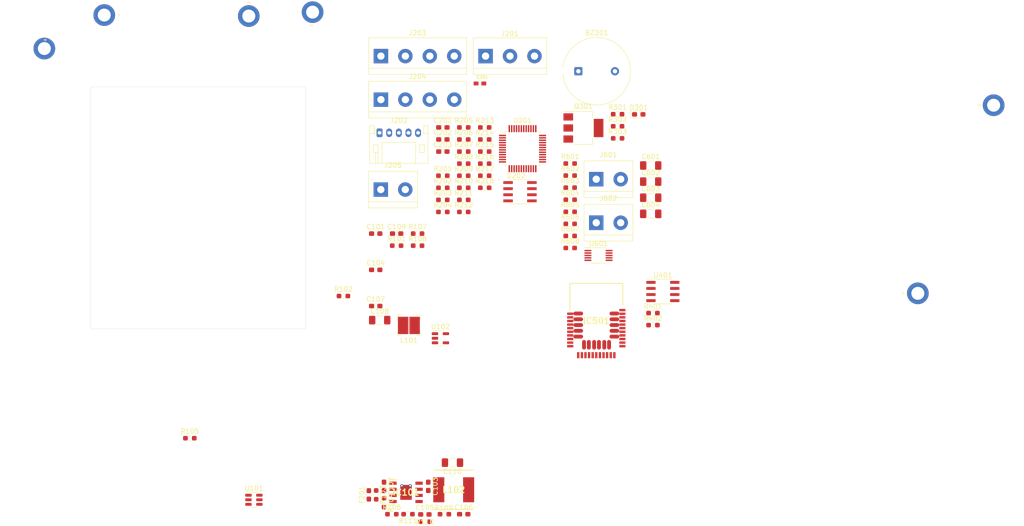
<source format=kicad_pcb>
(kicad_pcb (version 20221018) (generator pcbnew)
  (layers (0 "F.Cu" signal) (31 "B.Cu" signal) (34 "B.Paste" user) (35 "F.Paste" user) (36 "B.SilkS" user "B.Silkscreen") (37 "F.SilkS" user "F.Silkscreen") (38 "B.Mask" user) (39 "F.Mask" user) (44 "Edge.Cuts" user))
  (net 0 "")
  (net 1 "Net-(BZ301--)")
  (net 2 "Net-(BZ301-+)")
  (net 3 "100V")
  (net 4 "GND")
  (net 5 "VBST")
  (net 6 "SW2")
  (net 7 "Net-(IC101-GND)")
  (net 8 "SWDIO")
  (net 9 "SWCLK")
  (net 10 "PA3")
  (net 11 "5V")
  (net 12 "SDA1")
  (net 13 "SCK")
  (net 14 "Net-(IC101-BST)")
  (net 15 "L")
  (net 16 "H")
  (net 17 "VFB")
  (net 18 "Net-(IC101-FB)")
  (net 19 "SDA_2")
  (net 20 "SCK_2")
  (net 21 "Net-(C105-Pad2)")
  (net 22 "Net-(U102-BP)")
  (net 23 "SCL_PB6")
  (net 24 "SDA_PB7")
  (net 25 "Net-(D301-K)")
  (net 26 "SCL_PB3")
  (net 27 "SDA_PB4")
  (net 28 "Net-(J202-Pin_1)")
  (net 29 "Net-(IC101-EN{slash}UVLO)")
  (net 30 "Net-(IC101-RON)")
  (net 32 "/POWER_UNIT/12Vcc")
  (net 34 "3V3")
  (net 35 "PACK+")
  (net 36 "IN+")
  (net 37 "IN-")
  (net 41 "/Ble Unit/RST")
  (net 47 "/Ble Unit/TX")
  (net 48 "/Ble Unit/RX")
  (net 54 "Net-(J202-Pin_2)")
  (net 55 "Net-(J202-Pin_3)")
  (net 56 "Net-(J205-Pin_1)")
  (net 57 "Net-(J205-Pin_2)")
  (net 58 "PACK-")
  (net 59 "5Vcc")
  (net 60 "12V")
  (net 61 "/STM32MCU/NRST")
  (net 62 "Net-(U201-PA0)")
  (net 63 "Net-(U401-S)")
  (net 65 "A0")
  (net 66 "A1")
  (net 67 "ALERT")
  (net 94 "/STM32MCU/TX")
  (net 95 "/STM32MCU/RX")
  (net 102 "/STM32MCU/RST")
  (net 105 "/POWER_UNIT/sw")
  (net 106 "/Tranceiver/TX")
  (net 107 "/Tranceiver/RX")
  (footprint "Capacitor_SMD:C_0603_1608Metric_Pad1.08x0.95mm_HandSolder" (layer "F.Cu") (at 91.0336 116.078 -90)
    (fp_text reference "C102" (at 0 -1.43 90) (layer "F.SilkS"))
    (fp_text value "2.2uF")
    (pad "1" smd roundrect (at -0.8625 0 270) (size 1.075 0.95) (layers "F.Cu" "F.Paste" "F.Mask") (net 7 "Net-(IC101-GND)"))
    (pad "2" smd roundrect (at 0.8625 0 270) (size 1.075 0.95) (layers "F.Cu" "F.Paste" "F.Mask") (net 3 "100V"))
  )
  (footprint "Resistor_SMD:R_0603_1608Metric_Pad0.98x0.95mm_HandSolder" (layer "F.Cu") (at 111.9598 48.975)
    (fp_text reference "R216" (at 0 -1.43) (layer "F.SilkS"))
    (fp_text value "0R")
    (pad "1" smd roundrect (at -0.9125 0) (size 0.975 0.95) (layers "F.Cu" "F.Paste" "F.Mask") (net 24 "SDA_PB7"))
    (pad "2" smd roundrect (at 0.9125 0) (size 0.975 0.95) (layers "F.Cu" "F.Paste" "F.Mask") (net 55 "Net-(J202-Pin_3)"))
  )
  (footprint "Resistor_SMD:R_0603_1608Metric_Pad0.98x0.95mm_HandSolder" (layer "F.Cu") (at 129.7098 64.005)
    (fp_text reference "R607" (at 0 -1.43) (layer "F.SilkS"))
    (fp_text value "10k")
    (pad "1" smd roundrect (at -0.9125 0) (size 0.975 0.95) (layers "F.Cu" "F.Paste" "F.Mask") (net 34 "3V3"))
    (pad "2" smd roundrect (at 0.9125 0) (size 0.975 0.95) (layers "F.Cu" "F.Paste" "F.Mask") (net 67 "ALERT"))
  )
  (footprint "Resistor_SMD:R_0603_1608Metric_Pad0.98x0.95mm_HandSolder" (layer "F.Cu") (at 89.408 117.856 -90)
    (fp_text reference "R103" (at 0 -1.43 90) (layer "F.SilkS"))
    (fp_text value "1M")
    (pad "1" smd roundrect (at -0.9125 0 270) (size 0.975 0.95) (layers "F.Cu" "F.Paste" "F.Mask") (net 3 "100V"))
    (pad "2" smd roundrect (at 0.9125 0 270) (size 0.975 0.95) (layers "F.Cu" "F.Paste" "F.Mask") (net 29 "Net-(IC101-EN{slash}UVLO)"))
  )
  (footprint "Package_SO:VSSOP-10_3x3mm_P0.5mm" (layer "F.Cu") (at 135.5898 68.065)
    (fp_text reference "U601" (at 0 -2.45) (layer "F.SilkS"))
    (fp_text value "INA228AQDGSRQ1")
    (pad "1" smd roundrect (at -2.2 -1) (size 1.45 0.3) (layers "F.Cu" "F.Paste" "F.Mask") (net 66 "A1"))
    (pad "2" smd roundrect (at -2.2 -0.5) (size 1.45 0.3) (layers "F.Cu" "F.Paste" "F.Mask") (net 65 "A0"))
    (pad "3" smd roundrect (at -2.2 0) (size 1.45 0.3) (layers "F.Cu" "F.Paste" "F.Mask") (net 67 "ALERT"))
    (pad "4" smd roundrect (at -2.2 0.5) (size 1.45 0.3) (layers "F.Cu" "F.Paste" "F.Mask") (net 24 "SDA_PB7"))
    (pad "5" smd roundrect (at -2.2 1) (size 1.45 0.3) (layers "F.Cu" "F.Paste" "F.Mask") (net 23 "SCL_PB6"))
    (pad "6" smd roundrect (at 2.2 1) (size 1.45 0.3) (layers "F.Cu" "F.Paste" "F.Mask") (net 34 "3V3"))
    (pad "7" smd roundrect (at 2.2 0.5) (size 1.45 0.3) (layers "F.Cu" "F.Paste" "F.Mask") (net 4 "GND"))
    (pad "8" smd roundrect (at 2.2 0) (size 1.45 0.3) (layers "F.Cu" "F.Paste" "F.Mask") (net 35 "PACK+"))
    (pad "9" smd roundrect (at 2.2 -0.5) (size 1.45 0.3) (layers "F.Cu" "F.Paste" "F.Mask") (net 37 "IN-"))
    (pad "10" smd roundrect (at 2.2 -1) (size 1.45 0.3) (layers "F.Cu" "F.Paste" "F.Mask") (net 36 "IN+"))
  )
  (footprint "MountingHole:MountingHole_2.7mm_M2.5_ISO7380_Pad_TopBottom" (layer "F.Cu") (at 201.93 75.946)
    (fp_text reference "H4" (at -3.048 0) (layer "F.SilkS") (effects (font (size 0.3 0.3) (thickness 0.075) bold)))
    (fp_text value "Mount100VgHole")
    (pad "1" thru_hole circle (at 0 0) (size 3.1 3.1) (drill 2.7) (layers "*.Cu" "*.Mask"))
    (pad "1" connect circle (at 0 0) (size 4.5 4.5) (layers "F.Cu" "F.Mask"))
    (pad "1" connect circle (at 0 0) (size 4.5 4.5) (layers "B.Cu" "B.Mask"))
  )
  (footprint "Capacitor_SMD:C_0603_1608Metric_Pad1.08x0.95mm_HandSolder" (layer "F.Cu") (at 107.5944 121.8692)
    (fp_text reference "C106" (at 0 -1.43) (layer "F.SilkS"))
    (fp_text value "2200pf")
    (pad "1" smd roundrect (at -0.8625 0) (size 1.075 0.95) (layers "F.Cu" "F.Paste" "F.Mask") (net 21 "Net-(C105-Pad2)"))
    (pad "2" smd roundrect (at 0.8625 0) (size 1.075 0.95) (layers "F.Cu" "F.Paste" "F.Mask") (net 32 "/POWER_UNIT/12Vcc"))
  )
  (footprint "Capacitor_SMD:C_0603_1608Metric_Pad1.08x0.95mm_HandSolder" (layer "F.Cu") (at 103.2598 41.445)
    (fp_text reference "C201" (at 0 -1.43) (layer "F.SilkS"))
    (fp_text value "1uF")
    (pad "1" smd roundrect (at -0.8625 0) (size 1.075 0.95) (layers "F.Cu" "F.Paste" "F.Mask") (net 34 "3V3"))
    (pad "2" smd roundrect (at 0.8625 0) (size 1.075 0.95) (layers "F.Cu" "F.Paste" "F.Mask") (net 4 "GND"))
  )
  (footprint "MountingHole:MountingHole_2.7mm_M2.5_ISO7380_Pad_TopBottom" (layer "F.Cu") (at 62.9412 18.288)
    (fp_text reference "H6" (at 0 -2.794) (layer "F.SilkS") (effects (font (size 0.3 0.3) (thickness 0.075) bold)))
    (fp_text value "Mount100VgHole")
    (pad "1" thru_hole circle (at 0 0) (size 3.1 3.1) (drill 2.7) (layers "*.Cu" "*.Mask"))
    (pad "1" connect circle (at 0 0) (size 4.5 4.5) (layers "F.Cu" "F.Mask"))
    (pad "1" connect circle (at 0 0) (size 4.5 4.5) (layers "B.Cu" "B.Mask"))
  )
  (footprint "Resistor_SMD:R_0603_1608Metric_Pad0.98x0.95mm_HandSolder" (layer "F.Cu") (at 111.9598 41.445)
    (fp_text reference "R213" (at 0 -1.43) (layer "F.SilkS"))
    (fp_text value "100E")
    (pad "1" smd roundrect (at -0.9125 0) (size 0.975 0.95) (layers "F.Cu" "F.Paste" "F.Mask") (net 19 "SDA_2"))
    (pad "2" smd roundrect (at 0.9125 0) (size 0.975 0.95) (layers "F.Cu" "F.Paste" "F.Mask") (net 27 "SDA_PB4"))
  )
  (footprint "Capacitor_SMD:C_1206_3216Metric_Pad1.33x1.80mm_HandSolder" (layer "F.Cu") (at 146.4398 56.065)
    (fp_text reference "C603" (at 0 -1.85) (layer "F.SilkS"))
    (fp_text value "22uF")
    (pad "1" smd roundrect (at -1.5625 0) (size 1.325 1.8) (layers "F.Cu" "F.Paste" "F.Mask") (roundrect_rratio 0.188679) (net 36 "IN+"))
    (pad "2" smd roundrect (at 1.5625 0) (size 1.325 1.8) (layers "F.Cu" "F.Paste" "F.Mask") (roundrect_rratio 0.188679) (net 37 "IN-"))
  )
  (footprint "Resistor_SMD:R_0603_1608Metric_Pad0.98x0.95mm_HandSolder" (layer "F.Cu") (at 93.6598 66.035)
    (fp_text reference "R101" (at 0 -1.43) (layer "F.SilkS"))
    (fp_text value "10k")
    (pad "1" smd roundrect (at -0.9125 0) (size 0.975 0.95) (layers "F.Cu" "F.Paste" "F.Mask") (net 4 "GND"))
    (pad "2" smd roundrect (at 0.9125 0) (size 0.975 0.95) (layers "F.Cu" "F.Paste" "F.Mask") (net 17 "VFB"))
  )
  (footprint "Resistor_SMD:R_0603_1608Metric_Pad0.98x0.95mm_HandSolder" (layer "F.Cu") (at 111.9598 43.955)
    (fp_text reference "R214" (at 0 -1.43) (layer "F.SilkS"))
    (fp_text value "100k")
    (pad "1" smd roundrect (at -0.9125 0) (size 0.975 0.95) (layers "F.Cu" "F.Paste" "F.Mask") (net 34 "3V3"))
    (pad "2" smd roundrect (at 0.9125 0) (size 0.975 0.95) (layers "F.Cu" "F.Paste" "F.Mask") (net 26 "SCL_PB3"))
  )
  (footprint "Resistor_SMD:R_0603_1608Metric_Pad0.98x0.95mm_HandSolder" (layer "F.Cu") (at 50.6984 106.0704)
    (fp_text reference "R105" (at 0 -1.43) (layer "F.SilkS"))
    (fp_text value "0R")
    (pad "1" smd roundrect (at -0.9125 0) (size 0.975 0.95) (layers "F.Cu" "F.Paste" "F.Mask") (net 32 "/POWER_UNIT/12Vcc"))
    (pad "2" smd roundrect (at 0.9125 0) (size 0.975 0.95) (layers "F.Cu" "F.Paste" "F.Mask") (net 60 "12V"))
  )
  (footprint "Resistor_SMD:R_0603_1608Metric_Pad0.98x0.95mm_HandSolder" (layer "F.Cu") (at 111.9598 46.465)
    (fp_text reference "R215" (at 0 -1.43) (layer "F.SilkS"))
    (fp_text value "100k")
    (pad "1" smd roundrect (at -0.9125 0) (size 0.975 0.95) (layers "F.Cu" "F.Paste" "F.Mask") (net 34 "3V3"))
    (pad "2" smd roundrect (at 0.9125 0) (size 0.975 0.95) (layers "F.Cu" "F.Paste" "F.Mask") (net 27 "SDA_PB4"))
  )
  (footprint "Resistor_SMD:R_0603_1608Metric_Pad0.98x0.95mm_HandSolder" (layer "F.Cu") (at 129.7098 48.945)
    (fp_text reference "R601" (at 0 -1.43) (layer "F.SilkS"))
    (fp_text value "10k")
    (pad "1" smd roundrect (at -0.9125 0) (size 0.975 0.95) (layers "F.Cu" "F.Paste" "F.Mask") (net 65 "A0"))
    (pad "2" smd roundrect (at 0.9125 0) (size 0.975 0.95) (layers "F.Cu" "F.Paste" "F.Mask") (net 4 "GND"))
  )
  (footprint "Capacitor_SMD:C_0603_1608Metric_Pad1.08x0.95mm_HandSolder" (layer "F.Cu") (at 100.2284 116.078 -90)
    (fp_text reference "C103" (at 0 -1.43 90) (layer "F.SilkS"))
    (fp_text value "2.2nf")
    (pad "1" smd roundrect (at -0.8625 0 270) (size 1.075 0.95) (layers "F.Cu" "F.Paste" "F.Mask") (net 105 "/POWER_UNIT/sw"))
    (pad "2" smd roundrect (at 0.8625 0 270) (size 1.075 0.95) (layers "F.Cu" "F.Paste" "F.Mask") (net 14 "Net-(IC101-BST)"))
  )
  (footprint "Resistor_SMD:R_0603_1608Metric_Pad0.98x0.95mm_HandSolder" (layer "F.Cu") (at 107.6098 56.505)
    (fp_text reference "R211" (at 0 -1.43) (layer "F.SilkS"))
    (fp_text value "100E")
    (pad "1" smd roundrect (at -0.9125 0) (size 0.975 0.95) (layers "F.Cu" "F.Paste" "F.Mask") (net 12 "SDA1"))
    (pad "2" smd roundrect (at 0.9125 0) (size 0.975 0.95) (layers "F.Cu" "F.Paste" "F.Mask") (net 24 "SDA_PB7"))
  )
  (footprint "Resistor_SMD:R_0603_1608Metric_Pad0.98x0.95mm_HandSolder" (layer "F.Cu") (at 103.2598 51.485)
    (fp_text reference "R201" (at 0 -1.43) (layer "F.SilkS"))
    (fp_text value "10k")
    (pad "1" smd roundrect (at -0.9125 0) (size 0.975 0.95) (layers "F.Cu" "F.Paste" "F.Mask") (net 34 "3V3"))
    (pad "2" smd roundrect (at 0.9125 0) (size 0.975 0.95) (layers "F.Cu" "F.Paste" "F.Mask") (net 61 "/STM32MCU/NRST"))
  )
  (footprint "TerminalBlock:TerminalBlock_bornier-3_P5.08mm" (layer "F.Cu") (at 112.1298 26.615)
    (fp_text reference "J201" (at 5.05 -4.65) (layer "F.SilkS"))
    (fp_text value "PRG")
    (pad "1" thru_hole rect (at 0 0) (size 3 3) (drill 1.52) (layers "*.Cu" "*.Mask") (net 9 "SWCLK"))
    (pad "2" thru_hole circle (at 5.08 0) (size 3 3) (drill 1.52) (layers "*.Cu" "*.Mask") (net 8 "SWDIO"))
    (pad "3" thru_hole circle (at 10.16 0) (size 3 3) (drill 1.52) (layers "*.Cu" "*.Mask") (net 4 "GND"))
  )
  (footprint "Resistor_SMD:R_0603_1608Metric_Pad0.98x0.95mm_HandSolder" (layer "F.Cu") (at 107.6098 41.445)
    (fp_text reference "R205" (at 0 -1.43) (layer "F.SilkS"))
    (fp_text value "0R")
    (pad "1" smd roundrect (at -0.9125 0) (size 0.975 0.95) (layers "F.Cu" "F.Paste" "F.Mask") (net 60 "12V"))
    (pad "2" smd roundrect (at 0.9125 0) (size 0.975 0.95) (layers "F.Cu" "F.Paste" "F.Mask") (net 28 "Net-(J202-Pin_1)"))
  )
  (footprint "Resistor_SMD:R_0603_1608Metric_Pad0.98x0.95mm_HandSolder" (layer "F.Cu") (at 107.6098 53.995)
    (fp_text reference "R210" (at 0 -1.43) (layer "F.SilkS"))
    (fp_text value "100E")
    (pad "1" smd roundrect (at -0.9125 0) (size 0.975 0.95) (layers "F.Cu" "F.Paste" "F.Mask") (net 13 "SCK"))
    (pad "2" smd roundrect (at 0.9125 0) (size 0.975 0.95) (layers "F.Cu" "F.Paste" "F.Mask") (net 23 "SCL_PB6"))
  )
  (footprint "Package_TO_SOT_SMD:SOT-23-5" (layer "F.Cu") (at 102.7598 85.285)
    (fp_text reference "U102" (at 0 -2.4) (layer "F.SilkS"))
    (fp_text value "LP2985-3.3")
    (pad "1" smd roundrect (at -1.1375 -0.95) (size 1.325 0.6) (layers "F.Cu" "F.Paste" "F.Mask") (net 11 "5V"))
    (pad "2" smd roundrect (at -1.1375 0) (size 1.325 0.6) (layers "F.Cu" "F.Paste" "F.Mask") (net 4 "GND"))
    (pad "3" smd roundrect (at -1.1375 0.95) (size 1.325 0.6) (layers "F.Cu" "F.Paste" "F.Mask") (net 11 "5V"))
    (pad "4" smd roundrect (at 1.1375 0.95) (size 1.325 0.6) (layers "F.Cu" "F.Paste" "F.Mask") (net 22 "Net-(U102-BP)"))
    (pad "5" smd roundrect (at 1.1375 -0.95) (size 1.325 0.6) (layers "F.Cu" "F.Paste" "F.Mask") (net 34 "3V3"))
  )
  (footprint "Library:CM BLE" (layer "F.Cu") (at 135.1848 81.94)
    (fp_text reference "IC501" (at -0.05 -0.275 180) (layer "F.SilkS") (effects (font (size 1.27 1.27) (thickness 0.254))))
    (fp_text value "CM BLE" hide)
    (pad "0" smd oval (at -3.8 -1.8 270) (size 0.8 2) (layers "F.Cu" "F.Paste" "F.Mask"))
    (pad "0" smd oval (at -3.8 3 270) (size 0.8 2) (layers "F.Cu" "F.Paste" "F.Mask"))
    (pad "0" smd oval (at -0.5 4.7) (size 0.8 2) (layers "F.Cu" "F.Paste" "F.Mask"))
    (pad "0" smd oval (at 3.7 -1.8 270) (size 0.8 2) (layers "F.Cu" "F.Paste" "F.Mask"))
    (pad "0" smd oval (at 3.7 -0.6 270) (size 0.8 2) (layers "F.Cu" "F.Paste" "F.Mask"))
    (pad "1" smd oval (at 0.5 4.7) (size 0.8 2) (layers "F.Cu" "F.Paste" "F.Mask") (net 8 "SWDIO"))
    (pad "1" smd rect (at 5.365 -2.5 270) (size 0.5 1.27) (layers "F.Cu" "F.Paste" "F.Mask") (net 8 "SWDIO"))
    (pad "2" smd oval (at 1.6 4.7) (size 0.8 2) (layers "F.Cu" "F.Paste" "F.Mask") (net 9 "SWCLK"))
    (pad "2" smd rect (at 5.365 -1.75 270) (size 0.5 1.27) (layers "F.Cu" "F.Paste" "F.Mask") (net 9 "SWCLK"))
    (pad "3" smd oval (at 3.7 3 270) (size 0.8 2) (layers "F.Cu" "F.Paste" "F.Mask") (net 41 "/Ble Unit/RST"))
    (pad "3" smd rect (at 5.365 -1 270) (size 0.5 1.27) (layers "F.Cu" "F.Paste" "F.Mask") (net 41 "/Ble Unit/RST"))
    (pad "4" smd rect (at 5.365 -0.25 270) (size 0.5 1.27) (layers "F.Cu" "F.Paste" "F.Mask"))
    (pad "5" smd rect (at 5.365 0.5 270) (size 0.5 1.27) (layers "F.Cu" "F.Paste" "F.Mask"))
    (pad "6" smd rect (at 5.365 1.25 270) (size 0.5 1.27) (layers "F.Cu" "F.Paste" "F.Mask"))
    (pad "7" smd rect (at 5.365 2 270) (size 0.5 1.27) (layers "F.Cu" "F.Paste" "F.Mask"))
    (pad "8" smd rect (at 5.365 2.75 270) (size 0.5 1.27) (layers "F.Cu" "F.Paste" "F.Mask"))
    (pad "9" smd oval (at 3.7 0.6 270) (size 0.8 2) (layers "F.Cu" "F.Paste" "F.Mask") (net 47 "/Ble Unit/TX"))
    (pad "9" smd rect (at 5.365 3.5 270) (size 0.5 1.27) (layers "F.Cu" "F.Paste" "F.Mask") (net 47 "/Ble Unit/TX"))
    (pad "10" smd oval (at 3.7 1.8 270) (size 0.8 2) (layers "F.Cu" "F.Paste" "F.Mask") (net 48 "/Ble Unit/RX"))
    (pad "10" smd rect (at 5.365 4.25 270) (size 0.5 1.27) (layers "F.Cu" "F.Paste" "F.Mask") (net 48 "/Ble Unit/RX"))
    (pad "11" smd oval (at 2.6 4.7) (size 0.8 2) (layers "F.Cu" "F.Paste" "F.Mask") (net 4 "GND"))
    (pad "11" smd rect (at 5.365 5 270) (size 0.5 1.27) (layers "F.Cu" "F.Paste" "F.Mask") (net 4 "GND"))
    (pad "12" smd rect (at 3.7 6.865 180) (size 0.5 1.27) (layers "F.Cu" "F.Paste" "F.Mask"))
    (pad "13" smd rect (at 2.95 6.865 180) (size 0.5 1.27) (layers "F.Cu" "F.Paste" "F.Mask"))
    (pad "14" smd rect (at 2.2 6.865 180) (size 0.5 1.27) (layers "F.Cu" "F.Paste" "F.Mask"))
    (pad "15" smd rect (at 1.45 6.865 180) (size 0.5 1.27) (layers "F.Cu" "F.Paste" "F.Mask"))
    (pad "16" smd rect (at 0.7 6.865 180) (size 0.5 1.27) (layers "F.Cu" "F.Paste" "F.Mask"))
    (pad "17" smd rect (at -0.05 6.865 180) (size 0.5 1.27) (layers "F.Cu" "F.Paste" "F.Mask"))
    (pad "18" smd rect (at -0.8 6.865 180) (size 0.5 1.27) (layers "F.Cu" "F.Paste" "F.Mask") (net 34 "3V3"))
    (pad "19" smd oval (at -1.6 4.7) (size 0.8 2) (layers "F.Cu" "F.Paste" "F.Mask") (net 34 "3V3"))
    (pad "19" smd rect (at -1.55 6.865 180) (size 0.5 1.27) (layers "F.Cu" "F.Paste" "F.Mask") (net 34 "3V3"))
    (pad "20" smd rect (at -2.3 6.865 180) (size 0.5 1.27) (layers "F.Cu" "F.Paste" "F.Mask") (net 34 "3V3"))
    (pad "21" smd rect (at -3.05 6.865 180) (size 0.5 1.27) (layers "F.Cu" "F.Paste" "F.Mask") (net 4 "GND"))
    (pad "21" smd oval (at -2.6 4.7) (size 0.8 2) (layers "F.Cu" "F.Paste" "F.Mask") (net 4 "GND"))
    (pad "22" smd rect (at -3.8 6.865 180) (size 0.5 1.27) (layers "F.Cu" "F.Paste" "F.Mask") (net 4 "GND"))
    (pad "23" smd rect (at -5.465 5 270) (size 0.5 1.27) (layers "F.Cu" "F.Paste" "F.Mask") (net 4 "GND"))
    (pad "24" smd rect (at -5.465 4.25 270) (size 0.5 1.27) (layers "F.Cu" "F.Paste" "F.Mask") (net 4 "GND"))
    (pad "25" smd rect (at -5.465 3.5 270) (size 0.5 1.27) (layers "F.Cu" "F.Paste" "F.Mask") (net 4 "GND"))
    (pad "26" smd rect (at -5.465 2.75 270) (size 0.5 1.27) (layers "F.Cu" "F.Paste" "F.Mask") (net 4 "GND"))
    (pad "27" smd rect (at -5.465 2 270) (size 0.5 1.27) (layers "F.Cu" "F.Paste" "F.Mask"))
    (pad "28" smd rect (at -5.465 1.25 270) (size 0.5 1.27) (layers "F.Cu" "F.Paste" "F.Mask") (net 4 "GND"))
    (pad "28" smd oval (at -3.8 1.8 270) (size 0.8 2) (layers "F.Cu" "F.Paste" "F.Mask") (net 4 "GND"))
    (pad "29" smd rect (at -5.465 0.5 270) (size 0.5 1.27) (layers "F.Cu" "F.Paste" "F.Mask"))
    (pad "30" smd rect (at -5.465 -0.25 270) (size 0.5 1.27) (layers "F.Cu" "F.Paste" "F.Mask") (net 4 "GND"))
    (pad "30" smd oval (at -3.8 -0.6 270) (size 0.8 2) (layers "F.Cu" "F.Paste" "F.Mask") (net 4 "GND"))
    (pad "30" smd oval (at -3.8 0.6 270) (size 0.8 2) (layers "F.Cu" "F.Paste" "F.Mask") (net 4 "GND"))
    (pad "31" smd rect (at -5.465 -1 270) (size 0.5 1.27) (layers "F.Cu" "F.Paste" "F.Mask"))
    (pad "32" smd rect (at -5.465 -1.75 270) (size 0.5 1.27) (layers "F.Cu" "F.Paste" "F.Mask") (net 4 "GND"))
  )
  (footprint "Resistor_SMD:R_0603_1608Metric_Pad0.98x0.95mm_HandSolder" (layer "F.Cu") (at 129.7098 53.965)
    (fp_text reference "R603" (at 0 -1.43) (layer "F.SilkS"))
    (fp_text value "100R")
    (pad "1" smd roundrect (at -0.9125 0) (size 0.975 0.95) (layers "F.Cu" "F.Paste" "F.Mask") (net 36 "IN+"))
    (pad "2" smd roundrect (at 0.9125 0) (size 0.975 0.95) (layers "F.Cu" "F.Paste" "F.Mask") (net 35 "PACK+"))
  )
  (footprint "LIB_1267AY-101M=P3.kicad_mod files:1267AY6R8NP3" (layer "F.Cu") (at 105.5116 116.7892)
    (fp_text reference "L102" (at 0 0) (layer "F.SilkS") (effects (font (size 1.27 1.27) (thickness 0.254))))
    (fp_text value "100uH" hide)
    (pad "1" smd rect (at -3.1 0) (size 2.3 5.2) (layers "F.Cu" "F.Paste" "F.Mask") (net 105 "/POWER_UNIT/sw"))
    (pad "2" smd rect (at 3.1 0) (size 2.3 5.2) (layers "F.Cu" "F.Paste" "F.Mask") (net 32 "/POWER_UNIT/12Vcc"))
  )
  (footprint "TerminalBlock:TerminalBlock_bornier-4_P5.08mm" (layer "F.Cu") (at 90.3898 35.665)
    (fp_text reference "J204" (at 7.6 -4.8) (layer "F.SilkS"))
    (fp_text value "OLED")
    (pad "1" thru_hole rect (at 0 0) (size 3 3) (drill 1.52) (layers "*.Cu" "*.Mask") (net 11 "5V"))
    (pad "2" thru_hole circle (at 5.08 0) (size 3 3) (drill 1.52) (layers "*.Cu" "*.Mask") (net 12 "SDA1"))
    (pad "3" thru_hole circle (at 10.16 0) (size 3 3) (drill 1.52) (layers "*.Cu" "*.Mask") (net 13 "SCK"))
    (pad "4" thru_hole circle (at 15.24 0) (size 3 3) (drill 1.52) (layers "*.Cu" "*.Mask") (net 4 "GND"))
  )
  (footprint "Package_TO_SOT_SMD:SOT-23-6" (layer "F.Cu") (at 64.008 118.872)
    (fp_text reference "U101" (at 0 -2.4) (layer "F.SilkS"))
    (fp_text value "TPS563200")
    (pad "1" smd roundrect (at -1.1375 -0.95) (size 1.325 0.6) (layers "F.Cu" "F.Paste" "F.Mask") (net 4 "GND"))
    (pad "2" smd roundrect (at -1.1375 0) (size 1.325 0.6) (layers "F.Cu" "F.Paste" "F.Mask") (net 6 "SW2"))
    (pad "3" smd roundrect (at -1.1375 0.95) (size 1.325 0.6) (layers "F.Cu" "F.Paste" "F.Mask") (net 60 "12V"))
    (pad "4" smd roundrect (at 1.1375 0.95) (size 1.325 0.6) (layers "F.Cu" "F.Paste" "F.Mask") (net 17 "VFB"))
    (pad "5" smd roundrect (at 1.1375 0) (size 1.325 0.6) (layers "F.Cu" "F.Paste" "F.Mask") (net 60 "12V"))
    (pad "6" smd roundrect (at 1.1375 -0.95) (size 1.325 0.6) (layers "F.Cu" "F.Paste" "F.Mask") (net 5 "VBST"))
  )
  (footprint "Resistor_SMD:R_0603_1608Metric_Pad0.98x0.95mm_HandSolder" (layer "F.Cu") (at 129.7098 58.985)
    (fp_text reference "R605" (at 0 -1.43) (layer "F.SilkS"))
    (fp_text value "100R")
    (pad "1" smd roundrect (at -0.9125 0) (size 0.975 0.95) (layers "F.Cu" "F.Paste" "F.Mask") (net 37 "IN-"))
    (pad "2" smd roundrect (at 0.9125 0) (size 0.975 0.95) (layers "F.Cu" "F.Paste" "F.Mask") (net 58 "PACK-"))
  )
  (footprint "Resistor_SMD:R_0603_1608Metric_Pad0.98x0.95mm_HandSolder" (layer "F.Cu") (at 103.2598 59.015)
    (fp_text reference "R204" (at 0 -1.43) (layer "F.SilkS"))
    (fp_text value "0R")
    (pad "1" smd roundrect (at -0.9125 0) (size 0.975 0.95) (layers "F.Cu" "F.Paste" "F.Mask") (net 11 "5V"))
    (pad "2" smd roundrect (at 0.9125 0) (size 0.975 0.95) (layers "F.Cu" "F.Paste" "F.Mask") (net 28 "Net-(J202-Pin_1)"))
  )
  (footprint "Resistor_SMD:R_0603_1608Metric_Pad0.98x0.95mm_HandSolder" (layer "F.Cu") (at 103.2598 56.505)
    (fp_text reference "R203" (at 0 -1.43) (layer "F.SilkS"))
    (fp_text value "10k")
    (pad "1" smd roundrect (at -0.9125 0) (size 0.975 0.95) (layers "F.Cu" "F.Paste" "F.Mask") (net 9 "SWCLK"))
    (pad "2" smd roundrect (at 0.9125 0) (size 0.975 0.95) (layers "F.Cu" "F.Paste" "F.Mask") (net 4 "GND"))
  )
  (footprint "Resistor_SMD:R_0603_1608Metric_Pad0.98x0.95mm_HandSolder" (layer "F.Cu") (at 129.7098 56.475)
    (fp_text reference "R604" (at 0 -1.43) (layer "F.SilkS"))
    (fp_text value "16.2M")
    (pad "1" smd roundrect (at -0.9125 0) (size 0.975 0.95) (layers "F.Cu" "F.Paste" "F.Mask") (net 35 "PACK+"))
    (pad "2" smd roundrect (at 0.9125 0) (size 0.975 0.95) (layers "F.Cu" "F.Paste" "F.Mask") (net 35 "PACK+"))
  )
  (footprint "LI0603G121R-10.kicad_mod files:FB_LI0603G121R-10" (layer "F.Cu") (at 110.9598 32.315)
    (fp_text reference "E201" (at 0.482 -1.3064) (layer "F.SilkS") (effects (font (size 0.64 0.64))))
    (fp_text value "LI0603G121R-10")
    (pad "1" smd rect (at -0.8 0) (size 1 0.8) (layers "F.Cu" "F.Paste" "F.Mask") (net 34 "3V3"))
    (pad "2" smd rect (at 0.8 0) (size 1 0.8) (layers "F.Cu" "F.Paste" "F.Mask") (net 34 "3V3"))
  )
  (footprint "MAX485ESA_T.kicad_mod files:SOIC127P600X175-8N" (layer "F.Cu") (at 119.2798 54.815)
    (fp_text reference "U202" (at -0.795 -3.332) (layer "F.SilkS"))
    (fp_text value "MAX485E")
    (pad "1" smd roundrect (at -2.475 -1.905) (size 1.97 0.59) (layers "F.Cu" "F.Paste" "F.Mask") (roundrect_rratio 0.07) (net 95 "/STM32MCU/RX"))
    (pad "2" smd roundrect (at -2.475 -0.635) (size 1.97 0.59) (layers "F.Cu" "F.Paste" "F.Mask") (roundrect_rratio 0.07))
    (pad "3" smd roundrect (at -2.475 0.635) (size 1.97 0.59) (layers "F.Cu" "F.Paste" "F.Mask") (roundrect_rratio 0.07))
    (pad "4" smd roundrect (at -2.475 1.905) (size 1.97 0.59) (layers "F.Cu" "F.Paste" "F.Mask") (roundrect_rratio 0.07) (net 94 "/STM32MCU/TX"))
    (pad "5" smd roundrect (at 2.475 1.905) (size 1.97 0.59) (layers "F.Cu" "F.Paste" "F.Mask") (roundrect_rratio 0.07) (net 4 "GND"))
    (pad "6" smd roundrect (at 2.475 0.635) (size 1.97 0.59) (layers "F.Cu" "F.Paste" "F.Mask") (roundrect_rratio 0.07) (net 57 "Net-(J205-Pin_2)"))
    (pad "7" smd roundrect (at 2.475 -0.635) (size 1.97 0.59) (layers "F.Cu" "F.Paste" "F.Mask") (roundrect_rratio 0.07) (net 56 "Net-(J205-Pin_1)"))
    (pad "8" smd roundrect (at 2.475 -1.905) (size 1.97 0.59) (layers "F.Cu" "F.Paste" "F.Mask") (roundrect_rratio 0.07) (net 11 "5V"))
  )
  (footprint "Resistor_SMD:R_0603_1608Metric_Pad0.98x0.95mm_HandSolder" (layer "F.Cu") (at 98.0098 63.525)
    (fp_text reference "R107" (at 0 -1.43) (layer "F.SilkS"))
    (fp_text value "0R")
    (pad "1" smd roundrect (at -0.9125 0) (size 0.975 0.95) (layers "F.Cu" "F.Paste" "F.Mask") (net 32 "/POWER_UNIT/12Vcc"))
    (pad "2" smd roundrect (at 0.9125 0) (size 0.975 0.95) (layers "F.Cu" "F.Paste" "F.Mask") (net 60 "12V"))
  )
  (footprint "Resistor_SMD:R_0603_1608Metric_Pad0.98x0.95mm_HandSolder" (layer "F.Cu") (at 107.6098 51.485)
    (fp_text reference "R209" (at 0 -1.43) (layer "F.SilkS"))
    (fp_text value "100k")
    (pad "1" smd roundrect (at -0.9125 0) (size 0.975 0.95) (layers "F.Cu" "F.Paste" "F.Mask") (net 34 "3V3"))
    (pad "2" smd roundrect (at 0.9125 0) (size 0.975 0.95) (layers "F.Cu" "F.Paste" "F.Mask") (net 24 "SDA_PB7"))
  )
  (footprint "Resistor_SMD:R_0603_1608Metric_Pad0.98x0.95mm_HandSolder" (layer "F.Cu") (at 107.6098 59.015)
    (fp_text reference "R212" (at 0 -1.43) (layer "F.SilkS"))
    (fp_text value "100E")
    (pad "1" smd roundrect (at -0.9125 0) (size 0.975 0.95) (layers "F.Cu" "F.Paste" "F.Mask") (net 20 "SCK_2"))
    (pad "2" smd roundrect (at 0.9125 0) (size 0.975 0.95) (layers "F.Cu" "F.Paste" "F.Mask") (net 26 "SCL_PB3"))
  )
  (footprint "Diode_SMD:D_0603_1608Metric_Pad1.05x0.95mm_HandSolder" (layer "F.Cu") (at 143.9548 38.735)
    (fp_text reference "D301" (at 0 -1.43) (layer "F.SilkS"))
    (fp_text value "5.6V")
    (pad "1" smd roundrect (at -0.875 0) (size 1.05 0.95) (layers "F.Cu" "F.Paste" "F.Mask") (net 25 "Net-(D301-K)"))
    (pad "2" smd roundrect (at 0.875 0) (size 1.05 0.95) (layers "F.Cu" "F.Paste" "F.Mask") (net 4 "GND"))
  )
  (footprint "Resistor_SMD:R_0603_1608Metric_Pad0.98x0.95mm_HandSolder" (layer "F.Cu") (at 98.0098 66.035)
    (fp_text reference "R108" (at 0 -1.43) (layer "F.SilkS"))
    (fp_text value "0R")
    (pad "1" smd roundrect (at -0.9125 0) (size 0.975 0.95) (layers "F.Cu" "F.Paste" "F.Mask") (net 59 "5Vcc"))
    (pad "2" smd roundrect (at 0.9125 0) (size 0.975 0.95) (layers "F.Cu" "F.Paste" "F.Mask") (net 11 "5V"))
  )
  (footprint "Library:INR33" (layer "F.Cu") (at 96.1998 82.615)
    (fp_text reference "L101" (at 0 3.1) (layer "F.SilkS"))
    (fp_text value "3.3uH")
    (pad "1" smd rect (at -1.1875 0) (size 2.175 3.6) (layers "F.Cu" "F.Paste" "F.Mask") (net 6 "SW2"))
    (pad "2" smd rect (at 1.1875 0) (size 2.175 3.6) (layers "F.Cu" "F.Paste" "F.Mask") (net 59 "5Vcc"))
  )
  (footprint "Resistor_SMD:R_0603_1608Metric_Pad0.98x0.95mm_HandSolder" (layer "F.Cu") (at 139.5598 43.715)
    (fp_text reference "R303" (at 0 -1.43) (layer "F.SilkS"))
    (fp_text value "0R")
    (pad "1" smd roundrect (at -0.9125 0) (size 0.975 0.95) (layers "F.Cu" "F.Paste" "F.Mask") (net 11 "5V"))
    (pad "2" smd roundrect (at 0.9125 0) (size 0.975 0.95) (layers "F.Cu" "F.Paste" "F.Mask") (net 1 "Net-(BZ301--)"))
  )
  (footprint "Capacitor_SMD:C_0603_1608Metric_Pad1.08x0.95mm_HandSolder" (layer "F.Cu") (at 89.3098 71.055)
    (fp_text reference "C104" (at 0 -1.43) (layer "F.SilkS"))
    (fp_text value "1uf")
    (pad "1" smd roundrect (at -0.8625 0) (size 1.075 0.95) (layers "F.Cu" "F.Paste" "F.Mask") (net 11 "5V"))
    (pad "2" smd roundrect (at 0.8625 0) (size 1.075 0.95) (layers "F.Cu" "F.Paste" "F.Mask") (net 4 "GND"))
  )
  (footprint "MountingHole:MountingHole_2.7mm_M2.5_ISO7380_Pad_TopBottom" (layer "F.Cu") (at 217.678 36.83)
    (fp_text reference "H2" (at -3.048 0) (layer "F.SilkS") (effects (font (size 0.3 0.3) (thickness 0.075) bold)))
    (fp_text value "Mount100VgHole")
    (pad "1" thru_hole circle (at 0 0) (size 3.1 3.1) (drill 2.7) (layers "*.Cu" "*.Mask"))
    (pad "1" connect circle (at 0 0) (size 4.5 4.5) (layers "F.Cu" "F.Mask"))
    (pad "1" connect circle (at 0 0) (size 4.5 4.5) (layers "B.Cu" "B.Mask"))
  )
  (footprint "Package_TO_SOT_SMD:SOT-223-3_TabPin2" (layer "F.Cu") (at 132.4598 41.565)
    (fp_text reference "Q301" (at 0 -4.5) (layer "F.SilkS"))
    (fp_text value "NDT3055L")
    (pad "1" smd rect (at -3.15 -2.3) (size 2 1.5) (layers "F.Cu" "F.Paste" "F.Mask") (net 25 "Net-(D301-K)"))
    (pad "2" smd rect (at -3.15 0) (size 2 1.5) (layers "F.Cu" "F.Paste" "F.Mask") (net 2 "Net-(BZ301-+)"))
    (pad "2" smd rect (at 3.15 0) (size 2 3.8) (layers "F.Cu" "F.Paste" "F.Mask") (net 2 "Net-(BZ301-+)"))
    (pad "3" smd rect (at -3.15 2.3) (size 2 1.5) (layers "F.Cu" "F.Paste" "F.Mask") (net 4 "GND"))
  )
  (footprint "Resistor_SMD:R_0603_1608Metric_Pad0.98x0.95mm_HandSolder" (layer "F.Cu") (at 99.5172 123.444 180)
    (fp_text reference "R110" (at -0.009 -0.0508) (layer "F.SilkS"))
    (fp_text value "180k ohm")
    (pad "1" smd roundrect (at -0.9125 0 180) (size 0.975 0.95) (layers "F.Cu" "F.Paste" "F.Mask") (net 32 "/POWER_UNIT/12Vcc"))
    (pad "2" smd roundrect (at 0.9125 0 180) (size 0.975 0.95) (layers "F.Cu" "F.Paste" "F.Mask") (net 18 "Net-(IC101-FB)"))
  )
  (footprint "Resistor_SMD:R_0603_1608Metric_Pad0.98x0.95mm_HandSolder" (layer "F.Cu") (at 139.5598 38.695)
    (fp_text reference "R301" (at 0 -1.43) (layer "F.SilkS"))
    (fp_text value "3M")
    (pad "1" smd roundrect (at -0.9125 0) (size 0.975 0.95) (layers "F.Cu" "F.Paste" "F.Mask") (net 25 "Net-(D301-K)"))
    (pad "2" smd roundrect (at 0.9125 0) (size 0.975 0.95) (layers "F.Cu" "F.Paste" "F.Mask") (net 4 "GND"))
  )
  (footprint "Connector_JST:JST_PH_S5B-PH-K_1x05_P2.00mm_Horizontal" (layer "F.Cu") (at 90.1098 42.565)
    (fp_text reference "J202" (at 4 -2.55) (layer "F.SilkS"))
    (fp_text value "Conn_01x05_Socket")
    (pad "1" thru_hole roundrect (at 0 0) (size 1.2 1.75) (drill 0.75) (layers "*.Cu" "*.Mask") (roundrect_rratio 0.208333) (net 28 "Net-(J202-Pin_1)"))
    (pad "2" thru_hole oval (at 2 0) (size 1.2 1.75) (drill 0.75) (layers "*.Cu" "*.Mask") (net 54 "Net-(J202-Pin_2)"))
    (pad "3" thru_hole oval (at 4 0) (size 1.2 1.75) (drill 0.75) (layers "*.Cu" "*.Mask") (net 55 "Net-(J202-Pin_3)"))
    (pad "4" thru_hole oval (at 6 0) (size 1.2 1.75) (drill 0.75) (layers "*.Cu" "*.Mask") (net 4 "GND"))
    (pad "5" thru_hole oval (at 8 0) (size 1.2 1.75) (drill 0.75) (layers "*.Cu" "*.Mask") (net 10 "PA3"))
  )
  (footprint "Capacitor_SMD:C_0603_1608Metric_Pad1.08x0.95mm_HandSolder" (layer "F.Cu") (at 103.2598 43.955)
    (fp_text reference "C202" (at 0 -1.43) (layer "F.SilkS"))
    (fp_text value "100nF")
    (pad "1" smd roundrect (at -0.8625 0) (size 1.075 0.95) (layers "F.Cu" "F.Paste" "F.Mask") (net 34 "3V3"))
    (pad "2" smd roundrect (at 0.8625 0) (size 1.075 0.95) (layers "F.Cu" "F.Paste" "F.Mask") (net 4 "GND"))
  )
  (footprint "Resistor_SMD:R_0603_1608Metric_Pad0.98x0.95mm_HandSolder" (layer "F.Cu") (at 91.0336 119.4816 -90)
    (fp_text reference "R104" (at 0 -1.43 90) (layer "F.SilkS"))
    (fp_text value "300K")
    (pad "1" smd roundrect (at -0.9125 0 270) (size 0.975 0.95) (layers "F.Cu" "F.Paste" "F.Mask") (net 29 "Net-(IC101-EN{slash}UVLO)"))
    (pad "2" smd roundrect (at 0.9125 0 270) (size 0.975 0.95) (layers "F.Cu" "F.Paste" "F.Mask") (net 4 "GND"))
  )
  (footprint "Capacitor_SMD:C_1206_3216Metric_Pad1.33x1.80mm_HandSolder" (layer "F.Cu") (at 105.2576 111.1504 180)
    (fp_text reference "C110" (at 0 -1.85) (layer "F.SilkS"))
    (fp_text value "22UF")
    (pad "1" smd roundrect (at -1.5625 0 180) (size 1.325 1.8) (layers "F.Cu" "F.Paste" "F.Mask") (roundrect_rratio 0.188679) (net 32 "/POWER_UNIT/12Vcc"))
    (pad "2" smd roundrect (at 1.5625 0 180) (size 1.325 1.8) (layers "F.Cu" "F.Paste" "F.Mask") (roundrect_rratio 0.188679) (net 4 "GND"))
  )
  (footprint "Package_SO:SOIC-8_3.9x4.9mm_P1.27mm" (layer "F.Cu") (at 148.9598 75.565)
    (fp_text reference "U401" (at 0 -3.4) (layer "F.SilkS"))
    (fp_text value "TJA1051T-3")
    (pad "1" smd roundrect (at -2.475 -1.905) (size 1.95 0.6) (layers "F.Cu" "F.Paste" "F.Mask") (net 106 "/Tranceiver/TX"))
    (pad "2" smd roundrect (at -2.475 -0.635) (size 1.95 0.6) (layers "F.Cu" "F.Paste" "F.Mask") (net 4 "GND"))
    (pad "3" smd roundrect (at -2.475 0.635) (size 1.95 0.6) (layers "F.Cu" "F.Paste" "F.Mask") (net 11 "5V"))
    (pad "4" smd roundrect (at -2.475 1.905) (size 1.95 0.6) (layers "F.Cu" "F.Paste" "F.Mask") (net 107 "/Tranceiver/RX"))
    (pad "5" smd roundrect (at 2.475 1.905) (size 1.95 0.6) (layers "F.Cu" "F.Paste" "F.Mask") (net 34 "3V3"))
    (pad "6" smd roundrect (at 2.475 0.635) (size 1.95 0.6) (layers "F.Cu" "F.Paste" "F.Mask") (net 15 "L"))
    (pad "7" smd roundrect (at 2.475 -0.635) (size 1.95 0.6) (layers "F.Cu" "F.Paste" "F.Mask") (net 16 "H"))
    (pad "8" smd roundrect (at 2.475 -1.905) (size 1.95 0.6) (layers "F.Cu" "F.Paste" "F.Mask") (net 63 "Net-(U401-S)"))
  )
  (footprint "TerminalBlock:TerminalBlock_bornier-2_P5.08mm" (layer "F.Cu") (at 135.1198 61.265)
    (fp_text reference "J602" (at 2.54 -5.08) (layer "F.SilkS"))
    (fp_text value "Conn_01x02_Pin")
    (pad "1" thru_hole rect (at 0 0) (size 3 3) (drill 1.52) (layers "*.Cu" "*.Mask") (net 4 "GND"))
    (pad "2" thru_hole circle (at 5.08 0) (size 3 3) (drill 1.52) (layers "*.Cu" "*.Mask") (net 58 "PACK-"))
  )
  (footprint "Resistor_SMD:R_0603_1608Metric_Pad0.98x0.95mm_HandSolder" (layer "F.Cu") (at 103.5812 121.8692)
    (fp_text reference "R109" (at -0.1016 -1.27) (layer "F.SilkS"))
    (fp_text value "700k ohm")
    (pad "1" smd roundrect (at -0.9125 0) (size 0.975 0.95) (layers "F.Cu" "F.Paste" "F.Mask") (net 105 "/POWER_UNIT/sw"))
    (pad "2" smd roundrect (at 0.9125 0) (size 0.975 0.95) (layers "F.Cu" "F.Paste" "F.Mask") (net 21 "Net-(C105-Pad2)"))
  )
  (footprint "Resistor_SMD:R_0603_1608Metric_Pad0.98x0.95mm_HandSolder" (layer "F.Cu") (at 129.7098 51.455)
    (fp_text reference "R602" (at 0 -1.43) (layer "F.SilkS"))
    (fp_text value "10k")
    (pad "1" smd roundrect (at -0.9125 0) (size 0.975 0.95) (layers "F.Cu" "F.Paste" "F.Mask") (net 66 "A1"))
    (pad "2" smd roundrect (at 0.9125 0) (size 0.975 0.95) (layers "F.Cu" "F.Paste" "F.Mask") (net 4 "GND"))
  )
  (footprint "Capacitor_SMD:C_0603_1608Metric_Pad1.08x0.95mm_HandSolder" (layer "F.Cu") (at 89.3098 63.525)
    (fp_text reference "C101" (at 0 -1.43) (layer "F.SilkS"))
    (fp_text value "22uf")
    (pad "1" smd roundrect (at -0.8625 0) (size 1.075 0.95) (layers "F.Cu" "F.Paste" "F.Mask") (net 5 "VBST"))
    (pad "2" smd roundrect (at 0.8625 0) (size 1.075 0.95) (layers "F.Cu" "F.Paste" "F.Mask") (net 6 "SW2"))
  )
  (footprint "Capacitor_SMD:C_1206_3216Metric_Pad1.33x1.80mm_HandSolder" (layer "F.Cu") (at 146.4398 49.365)
    (fp_text reference "C601" (at 0 -1.85) (layer "F.SilkS"))
    (fp_text value "22uF")
    (pad "1" smd roundrect (at -1.5625 0) (size 1.325 1.8) (layers "F.Cu" "F.Paste" "F.Mask") (roundrect_rratio 0.188679) (net 35 "PACK+"))
    (pad "2" smd roundrect (at 1.5625 0) (size 1.325 1.8) (layers "F.Cu" "F.Paste" "F.Mask") (roundrect_rratio 0.188679) (net 4 "GND"))
  )
  (footprint "TerminalBlock:TerminalBlock_bornier-4_P5.08mm" (layer "F.Cu") (at 90.3898 26.615)
    (fp_text reference "J203" (at 7.6 -4.8) (layer "F.SilkS"))
    (fp_text value "OLED")
    (pad "1" thru_hole rect (at 0 0) (size 3 3) (drill 1.52) (layers "*.Cu" "*.Mask") (net 11 "5V"))
    (pad "2" thru_hole circle (at 5.08 0) (size 3 3) (drill 1.52) (layers "*.Cu" "*.Mask") (net 19 "SDA_2"))
    (pad "3" thru_hole circle (at 10.16 0) (size 3 3) (drill 1.52) (layers "*.Cu" "*.Mask") (net 20 "SCK_2"))
    (pad "4" thru_hole circle (at 15.24 0) (size 3 3) (drill 1.52) (layers "*.Cu" "*.Mask") (net 4 "GND"))
  )
  (footprint "Buzzer_Beeper:Indicator_PUI_AI-1440-TWT-24V-2-R" (layer "F.Cu") (at 131.4098 29.765)
    (fp_text reference "BZ301" (at 3.8 -8) (layer "F.SilkS"))
    (fp_text value "Buzzer")
    (pad "1" thru_hole roundrect (at 0 0) (size 1.7 1.7) (drill 0.9) (layers "*.Cu" "*.Mask") (roundrect_rratio 0.147) (net 1 "Net-(BZ301--)"))
    (pad "2" thru_hole circle (at 7.6 0) (size 1.7 1.7) (drill 0.9) (layers "*.Cu" "*.Mask") (net 2 "Net-(BZ301-+)"))
  )
  (footprint "Resistor_SMD:R_0603_1608Metric_Pad0.98x0.95mm_HandSolder" (layer "F.Cu") (at 129.7098 61.495)
    (fp_text reference "R606" (at 0 -1.43) (layer "F.SilkS"))
    (fp_text value "10k")
    (pad "1" smd roundrect (at -0.9125 0) (size 0.975 0.95) (layers "F.Cu" "F.Paste" "F.Mask") (net 34 "3V3"))
    (pad "2" smd roundrect (at 0.9125 0) (size 0.975 0.95) (layers "F.Cu" "F.Paste" "F.Mask") (net 24 "SDA_PB7"))
  )
  (footprint "TerminalBlock:TerminalBlock_bornier-2_P5.08mm" (layer "F.Cu") (at 90.3698 54.365)
    (fp_text reference "J205" (at 2.54 -5.08) (layer "F.SilkS"))
    (fp_text value "Conn_01x02_Socket")
    (pad "1" thru_hole rect (at 0 0) (size 3 3) (drill 1.52) (layers "*.Cu" "*.Mask") (net 56 "Net-(J205-Pin_1)"))
    (pad "2" thru_hole circle (at 5.08 0) (size 3 3) (drill 1.52) (layers "*.Cu" "*.Mask") (net 57 "Net-(J205-Pin_2)"))
  )
  (footprint "TerminalBlock:TerminalBlock_bornier-2_P5.08mm" (layer "F.Cu") (at 135.1198 52.215)
    (fp_text reference "J601" (at 2.54 -5.08) (layer "F.SilkS"))
    (fp_text value "Conn_01x02_Pin")
    (pad "1" thru_hole rect (at 0 0) (size 3 3) (drill 1.52) (layers "*.Cu" "*.Mask") (net 35 "PACK+"))
    (pad "2" thru_hole circle (at 5.08 0) (size 3 3) (drill 1.52) (layers "*.Cu" "*.Mask") (net 4 "GND"))
  )
  (footprint "Resistor_SMD:R_0603_1608Metric_Pad0.98x0.95mm_HandSolder" (layer "F.Cu") (at 146.9098 82.555)
    (fp_text reference "R402" (at 0 -1.43) (layer "F.SilkS"))
    (fp_text value "120R")
    (pad "1" smd roundrect (at -0.9125 0) (size 0.975 0.95) (layers "F.Cu" "F.Paste" "F.Mask") (net 15 "L"))
    (pad "2" smd roundrect (at 0.9125 0) (size 0.975 0.95) (layers "F.Cu" "F.Paste" "F.Mask") (net 16 "H"))
  )
  (footprint "LIB_LM5164QDDATQ1.kicad_mod files:SOIC127P600X170-9N" (layer "F.Cu") (at 95.6056 117.3304)
    (fp_text reference "IC101" (at 0 0) (layer "F.SilkS") (effects (font (size 1.27 1.27) (thickness 0.254))))
    (fp_text value "LM5164QDDATQ1" hide)
    (pad "1" smd rect (at -2.712 -1.905 90) (size 0.65 1.525) (layers "F.Cu" "F.Paste" "F.Mask") (net 7 "Net-(IC101-GND)"))
    (pad "2" smd rect (at -2.712 -0.635 90) (size 0.65 1.525) (layers "F.Cu" "F.Paste" "F.Mask") (net 3 "100V"))
    (pad "3" smd rect (at -2.712 0.635 90) (size 0.65 1.525) (layers "F.Cu" "F.Paste" "F.Mask") (net 29 "Net-(IC101-EN{slash}UVLO)"))
    (pad "4" smd rect (at -2.712 1.905 90) (size 0.65 1.525) (layers "F.Cu" "F.Paste" "F.Mask") (net 30 "Net-(IC101-RON)"))
    (pad "5" smd rect (at 2.712 1.905 90) (size 0.65 1.525) (layers "F.Cu" "F.Paste" "F.Mask") (net 18 "Net-(IC101-FB)"))
    (pad "6" smd rect (at 2.712 0.635 90) (size 0.65 1.525) (layers "F.Cu" "F.Paste" "F.Mask"))
    (pad "7" smd rect (at 2.712 -0.635 90) (size 0.65 1.525) (layers "F.Cu" "F.Paste" "F.Mask") (net 14 "Net-(IC101-BST)"))
    (pad "8" smd rect (at 2.712 -1.905 90) (size 0.65 1.525) (layers "F.Cu" "F.Paste" "F.Mask") (net 105 "/POWER_UNIT/sw"))
    (pad "9" smd rect (at 0 0) (size 2.4 3.1) (layers "F.Cu" "F.Paste" "F.Mask") (net 4 "GND"))
  )
  (footprint "Resistor_SMD:R_0603_1608Metric_Pad0.98x0.95mm_HandSolder" (layer "F.Cu") (at 96.0211 121.8692 180)
    (fp_text reference "R111" (at 0 -1.43) (layer "F.SilkS"))
    (fp_text value "20k ohm")
    (pad "1" smd roundrect (at -0.9125 0 180) (size 0.975 0.95) (layers "F.Cu" "F.Paste" "F.Mask") (net 18 "Net-(IC101-FB)"))
    (pad "2" smd roundrect (at 0.9125 0 180) (size 0.975 0.95) (layers "F.Cu" "F.Paste" "F.Mask") (net 4 "GND"))
  )
  (footprint "Package_QFP:LQFP-48_7x7mm_P0.5mm" (layer "F.Cu") (at 119.8098 45.865)
    (fp_text reference "U201" (at 0 -5.85) (layer "F.SilkS"))
    (fp_text value "STM32G0B1CBTx")
    (pad "1" smd roundrect (at -4.1625 -2.75) (size 1.475 0.3) (layers "F.Cu" "F.Paste" "F.Mask"))
    (pad "2" smd roundrect (at -4.1625 -2.25) (size 1.475 0.3) (layers "F.Cu" "F.Paste" "F.Mask"))
    (pad "3" smd roundrect (at -4.1625 -1.75) (size 1.475 0.3) (layers "F.Cu" "F.Paste" "F.Mask"))
    (pad "4" smd roundrect (at -4.1625 -1.25) (size 1.475 0.3) (layers "F.Cu" "F.Paste" "F.Mask") (net 34 "3V3"))
    (pad "5" smd roundrect (at -4.1625 -0.75) (size 1.475 0.3) (layers "F.Cu" "F.Paste" "F.Mask") (net 34 "3V3"))
    (pad "6" smd roundrect (at -4.1625 -0.25) (size 1.475 0.3) (layers "F.Cu" "F.Paste" "F.Mask") (net 34 "3V3"))
    (pad "7" smd roundrect (at -4.1625 0.25) (size 1.475 0.3) (layers "F.Cu" "F.Paste" "F.Mask") (net 4 "GND"))
    (pad "8" smd roundrect (at -4.1625 0.75) (size 1.475 0.3) (layers "F.Cu" "F.Paste" "F.Mask"))
    (pad "9" smd roundrect (at -4.1625 1.25) (size 1.475 0.3) (layers "F.Cu" "F.Paste" "F.Mask"))
    (pad "10" smd roundrect (at -4.1625 1.75) (size 1.475 0.3) (layers "F.Cu" "F.Paste" "F.Mask") (net 61 "/STM32MCU/NRST"))
    (pad "11" smd roundrect (at -4.1625 2.25) (size 1.475 0.3) (layers "F.Cu" "F.Paste" "F.Mask") (net 62 "Net-(U201-PA0)"))
    (pad "12" smd roundrect (at -4.1625 2.75) (size 1.475 0.3) (layers "F.Cu" "F.Paste" "F.Mask"))
    (pad "13" smd roundrect (at -2.75 4.1625) (size 0.3 1.475) (layers "F.Cu" "F.Paste" "F.Mask"))
    (pad "14" smd roundrect (at -2.25 4.1625) (size 0.3 1.475) (layers "F.Cu" "F.Paste" "F.Mask"))
    (pad "15" smd roundrect (at -1.75 4.1625) (size 0.3 1.475) (layers "F.Cu" "F.Paste" "F.Mask"))
    (pad "16" smd roundrect (at -1.25 4.1625) (size 0.3 1.475) (layers "F.Cu" "F.Paste" "F.Mask"))
    (pad "17" smd roundrect (at -0.75 4.1625) (size 0.3 1.475) (layers "F.Cu" "F.Paste" "F.Mask"))
    (pad "18" smd roundrect (at -0.25 4.1625) (size 0.3 1.475) (layers "F.Cu" "F.Paste" "F.Mask"))
    (pad "19" smd roundrect (at 0.25 4.1625) (size 0.3 1.475) (layers "F.Cu" "F.Paste" "F.Mask"))
    (pad "20" smd roundrect (at 0.75 4.1625) (size 0.3 1.475) (layers "F.Cu" "F.Paste" "F.Mask"))
    (pad "21" smd roundrect (at 1.25 4.1625) (size 0.3 1.475) (layers "F.Cu" "F.Paste" "F.Mask"))
    (pad "22" smd roundrect (at 1.75 4.1625) (size 0.3 1.475) (layers "F.Cu" "F.Paste" "F.Mask"))
    (pad "23" smd roundrect (at 2.25 4.1625) (size 0.3 1.475) (layers "F.Cu" "F.Paste" "F.Mask"))
    (pad "24" smd roundrect (at 2.75 4.1625) (size 0.3 1.475) (layers "F.Cu" "F.Paste" "F.Mask"))
    (pad "25" smd roundrect (at 4.1625 2.75) (size 1.475 0.3) (layers "F.Cu" "F.Paste" "F.Mask"))
    (pad "26" smd roundrect (at 4.1625 2.25) (size 1.475 0.3) (layers "F.Cu" "F.Paste" "F.Mask"))
    (pad "27" smd roundrect (at 4.1625 1.75) (size 1.475 0.3) (layers "F.Cu" "F.Paste" "F.Mask"))
    (pad "28" smd roundrect (at 4.1625 1.25) (size 1.475 0.3) (layers "F.Cu" "F.Paste" "F.Mask"))
    (pad "29" smd roundrect (at 4.1625 0.75) (size 1.475 0.3) (layers "F.Cu" "F.Paste" "F.Mask"))
    (pad "30" smd roundrect (at 4.1625 0.25) (size 1.475 0.3) (layers "F.Cu" "F.Paste" "F.Mask"))
    (pad "31" smd roundrect (at 4.1625 -0.25) (size 1.475 0.3) (layers "F.Cu" "F.Paste" "F.Mask"))
    (pad "32" smd roundrect (at 4.1625 -0.75) (size 1.475 0.3) (layers "F.Cu" "F.Paste" "F.Mask"))
    (pad "33" smd roundrect (at 4.1625 -1.25) (size 1.475 0.3) (layers "F.Cu" "F.Paste" "F.Mask") (net 94 "/STM32MCU/TX"))
    (pad "34" smd roundrect (at 4.1625 -1.75) (size 1.475 0.3) (layers "F.Cu" "F.Paste" "F.Mask") (net 95 "/STM32MCU/RX"))
    (pad "35" smd roundrect (at 4.1625 -2.25) (size 1.475 0.3) (layers "F.Cu" "F.Paste" "F.Mask") (net 8 "SWDIO"))
    (pad "36" smd roundrect (at 4.1625 -2.75) (size 1.475 0.3) (layers "F.Cu" "F.Paste" "F.Mask") (net 9 "SWCLK"))
    (pad "37" smd roundrect (at 2.75 -4.1625) (size 0.3 1.475) (layers "F.Cu" "F.Paste" "F.Mask"))
    (pad "38" smd roundrect (at 2.25 -4.1625) (size 0.3 1.475) (layers "F.Cu" "F.Paste" "F.Mask"))
    (pad "39" smd roundrect (at 1.75 -4.1625) (size 0.3 1.475) (layers "F.Cu" "F.Paste" "F.Mask"))
    (pad "40" smd roundrect (at 1.25 -4.1625) (size 0.3 1.475) (layers "F.Cu" "F.Paste" "F.Mask"))
    (pad "41" smd roundrect (at 0.75 -4.1625) (size 0.3 1.475) (layers "F.Cu" "F.Paste" "F.Mask"))
    (pad "42" smd roundrect (at 0.25 -4.1625) (size 0.3 1.475) (layers "F.Cu" "F.Paste" "F.Mask") (net 26 "SCL_PB3"))
    (pad "43" smd roundrect (at -0.25 -4.1625) (size 0.3 1.475) (layers "F.Cu" "F.Paste" "F.Mask") (net 27 "SDA_PB4"))
    (pad "44" smd roundrect (at -0.75 -4.1625) (size 0.3 1.475) (layers "F.Cu" "F.Paste" "F.Mask"))
    (pad "45" smd roundrect (at -1.25 -4.1625) (size 0.3 1.475) (layers "F.Cu" "F.Paste" "F.Mask") (net 23 "SCL_PB6"))
    (pad "46" smd roundrect (at -1.75 -4.1625) (size 0.3 1.475) (layers "F.Cu" "F.Paste" "F.Mask") (net 24 "SDA_PB7"))
    (pad "47" smd roundrect (at -2.25 -4.1625) (size 0.3 1.475) (layers "F.Cu" "F.Paste" "F.Mask") (net 102 "/STM32MCU/RST"))
    (pad "48" smd roundrect (at -2.75 -4.1625) (size 0.3 1.475) (layers "F.Cu" "F.Paste" "F.Mask"))
  )
  (footprint "Fuse:Fuse_0603_1608Metric_Pad1.05x0.95mm_HandSolder" (layer "F.Cu") (at 87.884 117.856 90)
    (fp_text reference "F201" (at 0 -1.43 90) (layer "F.SilkS"))
    (fp_text value "Fuse")
    (pad "1" smd roundrect (at -0.875 0 90) (size 1.05 0.95) (layers "F.Cu" "F.Paste" "F.Mask") (net 28 "Net-(J202-Pin_1)"))
    (pad "2" smd roundrect (at 0.875 0 90) (size 1.05 0.95) (layers "F.Cu" "F.Paste" "F.Mask") (net 3 "100V"))
  )
  (footprint "Resistor_SMD:R_0603_1608Metric_Pad0.98x0.95mm_HandSolder" (layer "F.Cu") (at 107.6098 43.955)
    (fp_text reference "R206" (at 0 -1.43) (layer "F.SilkS"))
    (fp_text value "0R")
    (pad "1" smd roundrect (at -0.9125 0) (size 0.975 0.95) (layers "F.Cu" "F.Paste" "F.Mask") (net 13 "SCK"))
    (pad "2" smd roundrect (at 0.9125 0) (size 0.975 0.95) (layers "F.Cu" "F.Paste" "F.Mask") (net 54 "Net-(J202-Pin_2)"))
  )
  (footprint "Resistor_SMD:R_0603_1608Metric_Pad0.98x0.95mm_HandSolder" (layer "F.Cu") (at 111.9598 53.995)
    (fp_text reference "R218" (at 0 -1.43) (layer "F.SilkS"))
    (fp_text value "0R")
    (pad "1" smd roundrect (at -0.9125 0) (size 0.975 0.95) (layers "F.Cu" "F.Paste" "F.Mask") (net 55 "Net-(J202-Pin_3)"))
    (pad "2" smd roundrect (at 0.9125 0) (size 0.975 0.95) (layers "F.Cu" "F.Paste" "F.Mask") (net 16 "H"))
  )
  (footprint "MountingHole:MountingHole_2.7mm_M2.5_ISO7380_Pad_TopBottom" (layer "F.Cu") (at 76.2 17.4752)
    (fp_text reference "H5" (at -0.254 2.794) (layer "F.SilkS") (effects (font (size 0.3 0.3) (thickness 0.075) bold)))
    (fp_text value "Mount100VgHole")
    (pad "1" thru_hole circle (at 0 0) (size 3.1 3.1) (drill 2.7) (layers "*.Cu" "*.Mask"))
    (pad "1" connect circle (at 0 0) (size 4.5 4.5) (layers "F.Cu" "F.Mask"))
    (pad "1" connect circle (at 0 0) (size 4.5 4.5) (layers "B.Cu" "B.Mask"))
  )
  (footprint "Resistor_SMD:R_0603_1608Metric_Pad0.98x0.95mm_HandSolder" (layer "F.Cu") (at 111.9598 51.485)
    (fp_text reference "R217" (at 0 -1.43) (layer "F.SilkS"))
    (fp_text value "120R")
    (pad "1" smd roundrect (at -0.9125 0) (size 0.975 0.95) (layers "F.Cu" "F.Paste" "F.Mask") (net 57 "Net-(J205-Pin_2)"))
    (pad "2" smd roundrect (at 0.9125 0) (size 0.975 0.95) (layers "F.Cu" "F.Paste" "F.Mask") (net 56 "Net-(J205-Pin_1)"))
  )
  (footprint "Resistor_SMD:R_0603_1608Metric_Pad0.98x0.95mm_HandSolder" (layer "F.Cu") (at 129.7098 66.515)
    (fp_text reference "R608" (at 0 -1.43) (layer "F.SilkS"))
    (fp_text value "10k")
    (pad "1" smd roundrect (at -0.9125 0) (size 0.975 0.95) (layers "F.Cu" "F.Paste" "F.Mask") (net 34 "3V3"))
    (pad "2" smd roundrect (at 0.9125 0) (size 0.975 0.95) (layers "F.Cu" "F.Paste" "F.Mask") (net 23 "SCL_PB6"))
  )
  (footprint "Resistor_SMD:R_0603_1608Metric_Pad0.98x0.95mm_HandSolder" (layer "F.Cu") (at 82.6008 76.5048)
    (fp_text reference "R102" (at 0 -1.43) (layer "F.SilkS"))
    (fp_text value "56k")
    (pad "1" smd roundrect (at -0.9125 0) (size 0.975 0.95) (layers "F.Cu" "F.Paste" "F.Mask") (net 17 "VFB"))
    (pad "2" smd roundrect (at 0.9125 0) (size 0.975 0.95) (layers "F.Cu" "F.Paste" "F.Mask") (net 59 "5Vcc"))
  )
  (footprint "Resistor_SMD:R_0603_1608Metric_Pad0.98x0.95mm_HandSolder" (layer "F.Cu") (at 92.6683 121.8692)
    (fp_text reference "R106" (at 0 -1.43) (layer "F.SilkS"))
    (fp_text value "100K")
    (pad "1" smd roundrect (at -0.9125 0) (size 0.975 0.95) (layers "F.Cu" "F.Paste" "F.Mask") (net 30 "Net-(IC101-RON)"))
    (pad "2" smd roundrect (at 0.9125 0) (size 0.975 0.95) (layers "F.Cu" "F.Paste" "F.Mask") (net 4 "GND"))
  )
  (footprint "MountingHole:MountingHole_2.7mm_M2.5_ISO7380_Pad_TopBottom" (layer "F.Cu") (at 32.9184 18.0848)
    (fp_text reference "H1" (at 3.048 0) (layer "F.SilkS") (effects (font (size 0.3 0.3) (thickness 0.075) bold)))
    (fp_text value "Mount100VgHole" hide)
    (pad "1" thru_hole circle (at 0 0) (size 3.1 3.1) (drill 2.7) (layers "*.Cu" "*.Mask"))
    (pad "1" connect circle (at 0 0) (size 4.5 4.5) (layers "F.Cu" "F.Mask"))
    (pad "1" connect circle (at 0 0) (size 4.5 4.5) (layers "B.Cu" "B.Mask"))
  )
  (footprint "Capacitor_SMD:C_0603_1608Metric_Pad1.08x0.95mm_HandSolder" (layer "F.Cu") (at 89.3098 78.585)
    (fp_text reference "C107" (at 0 -1.43) (layer "F.SilkS"))
    (fp_text value "10nf")
    (pad "1" smd roundrect (at -0.8625 0) (size 1.075 0.95) (layers "F.Cu" "F.Paste" "F.Mask") (net 22 "Net-(U102-BP)"))
    (pad "2" smd roundrect (at 0.8625 0) (size 1.075 0.95) (layers "F.Cu" "F.Paste" "F.Mask") (net 4 "GND"))
  )
  (footprint "Capacitor_SMD:C_0603_1608Metric_Pad1.08x0.95mm_HandSolder" (layer "F.Cu") (at 103.2598 46.465)
    (fp_text reference "C203" (at 0 -1.43) (layer "F.SilkS"))
    (fp_text value "100nF")
    (pad "1" smd roundrect (at -0.8625 0) (size 1.075 0.95) (layers "F.Cu" "F.Paste" "F.Mask") (net 34 "3V3"))
    (pad "2" smd roundrect (at 0.8625 0) (size 1.075 0.95) (layers "F.Cu" "F.Paste" "F.Mask") (net 4 "GND"))
  )
  (footprint "Resistor_SMD:R_0603_1608Metric_Pad0.98x0.95mm_HandSolder" (layer "F.Cu") (at 107.6098 48.975)
    (fp_text reference "R208" (at 0 -1.43) (layer "F.SilkS"))
    (fp_text value "100k")
    (pad "1" smd roundrect (at -0.9125 0) (size 0.975 0.95) (layers "F.Cu" "F.Paste" "F.Mask") (net 34 "3V3"))
    (pad "2" smd roundrect (at 0.9125 0) (size 0.975 0.95) (layers "F.Cu" "F.Paste" "F.Mask") (net 23 "SCL_PB6"))
  )
  (footprint "Capacitor_SMD:C_1206_3216Metric_Pad1.33x1.80mm_HandSolder" (layer "F.Cu") (at 146.4398 59.415)
    (fp_text reference "C604" (at 0 -1.85) (layer "F.SilkS"))
    (fp_text value "22uF")
    (pad "1" smd roundrect (at -1.5625 0) (size 1.325 1.8) (layers "F.Cu" "F.Paste" "F.Mask") (roundrect_rratio 0.188679) (net 34 "3V3"))
    (pad "2" smd roundrect (at 1.5625 0) (size 1.325 1.8) (layers "F.Cu" "F.Paste" "F.Mask") (roundrect_rratio 0.188679) (net 4 "GND"))
  )
  (footprint "Capacitor_SMD:C_0603_1608Metric_Pad1.08x0.95mm_HandSolder" (layer "F.Cu") (at 93.6598 63.525)
    (fp_text reference "C109" (at 0 -1.43) (layer "F.SilkS"))
    (fp_text value "2.2uf")
    (pad "1" smd roundrect (at -0.8625 0) (size 1.075 0.95) (layers "F.Cu" "F.Paste" "F.Mask") (net 34 "3V3"))
    (pad "2" smd roundrect (at 0.8625 0) (size 1.075 0.95) (layers "F.Cu" "F.Paste" "F.Mask") (net 4 "GND"))
  )
  (footprint "Capacitor_SMD:C_0603_1608Metric_Pad1.08x0.95mm_HandSolder" (layer "F.Cu") (at 99.5172 121.92)
    (fp_text reference "C105" (at 0 -1.43) (layer "F.SilkS"))
    (fp_text value "56pF")
    (pad "1" smd roundrect (at -0.8625 0) (size 1.075 0.95) (layers "F.Cu" "F.Paste" "F.Mask") (net 18 "Net-(IC101-FB)"))
    (pad "2" smd roundrect (at 0.8625 0) (size 1.075 0.95) (layers "F.Cu" "F.Paste" "F.Mask") (net 21 "Net-(C105-Pad2)"))
  )
  (footprint "Resistor_SMD:R_0603_1608Metric_Pad0.98x0.95mm_HandSolder" (layer "F.Cu") (at 107.6098 46.465)
    (fp_text reference "R207" (at 0 -1.43) (layer "F.SilkS"))
    (fp_text value "0R")
    (pad "1" smd roundrect (at -0.9125 0) (size 0.975 0.95) (layers "F.Cu" "F.Paste" "F.Mask") (net 54 "Net-(J202-Pin_2)"))
    (pad "2" smd roundrect (at 0.9125 0) (size 0.975 0.95) (layers "F.Cu" "F.Paste" "F.Mask") (net 15 "L"))
  )
  (footprint "Resistor_SMD:R_0603_1608Metric_Pad0.98x0.95mm_HandSolder" (layer "F.Cu") (at 146.9098 80.045)
    (fp_text reference "R401" (at 0 -1.43) (layer "F.SilkS"))
    (fp_text value "100k")
    (pad "1" smd roundrect (at -0.9125 0) (size 0.975 0.95) (layers "F.Cu" "F.Paste" "F.Mask") (net 63 "Net-(U401-S)"))
    (pad "2" smd roundrect (at 0.9125 0) (size 0.975 0.95) (layers "F.Cu" "F.Paste" "F.Mask") (net 4 "GND"))
  )
  (footprint "Resistor_SMD:R_0603_1608Metric_Pad0.98x0.95mm_HandSolder" (layer "F.Cu") (at 139.5598 41.205)
    (fp_text reference "R302" (at 0 -1.43) (layer "F.SilkS"))
    (fp_text value "100E")
    (pad "1" smd roundrect (at -0.9125 0) (size 0.975 0.95) (layers "F.Cu" "F.Paste" "F.Mask") (net 10 "PA3"))
    (pad "2" smd roundrect (at 0.9125 0) (size 0.975 0.95) (layers "F.Cu" "F.Paste" "F.Mask") (net 25 "Net-(D301-K)"))
  )
  (footprint "Capacitor_SMD:C_1206_3216Metric_Pad1.33x1.80mm_HandSolder" (layer "F.Cu") (at 90.1398 81.515)
    (fp_text reference "C108" (at 0 -1.85) (layer "F.SilkS"))
    (fp_text value "22UF")
    (pad "1" smd roundrect (at -1.5625 0) (size 1.325 1.8) (layers "F.Cu" "F.Paste" "F.Mask") (roundrect_rratio 0.188679) (net 32 "/POWER_UNIT/12Vcc"))
    (pad "2" smd roundrect (at 1.5625 0) (size 1.325 1.8) (layers "F.Cu" "F.Paste" "F.Mask") (roundrect_rratio 0.188679) (net 4 "GND"))
  )
  (footprint "Resistor_SMD:R_0603_1608Metric_Pad0.98x0.95mm_HandSolder" (layer "F.Cu") (at 103.2598 53.995)
    (fp_text reference "R202" (at 0 -1.43) (layer "F.SilkS"))
    (fp_text value "100R")
    (pad "1" smd roundrect (at -0.9125 0) (size 0.975 0.95) (layers "F.Cu" "F.Paste" "F.Mask") (net 62 "Net-(U201-PA0)"))
    (pad "2" smd roundrect (at 0.9125 0) (size 0.975 0.95) (layers "F.Cu" "F.Paste" "F.Mask") (net 10 "PA3"))
  )
  (footprint "Capacitor_SMD:C_1206_3216Metric_Pad1.33x1.80mm_HandSolder" (layer "F.Cu") (at 146.4398 52.715)
    (fp_text reference "C602" (at 0 -1.85) (layer "F.SilkS"))
    (fp_text value "22uF")
    (pad "1" smd roundrect (at -1.5625 0) (size 1.325 1.8) (layers "F.Cu" "F.Paste" "F.Mask") (roundrect_rratio 0.188679) (net 35 "PACK+"))
    (pad "2" smd roundrect (at 1.5625 0) (size 1.325 1.8) (layers "F.Cu" "F.Paste" "F.Mask") (roundrect_rratio 0.188679) (net 4 "GND"))
  )
  (footprint "MountingHole:MountingHole_2.7mm_M2.5_ISO7380_Pad_TopBottom" (layer "F.Cu") (at 20.4724 25.0444)
    (fp_text reference "H3" (at 0.1505 -1.778) (layer "F.SilkS") (effects (font (size 0.3 0.3) (thickness 0.075) bold)))
    (fp_text value "Mount100VgHole")
    (pad "1" thru_hole circle (at 0 0) (size 3.1 3.1) (drill 2.7) (layers "*.Cu" "*.Mask"))
    (pad "1" connect circle (at 0 0) (size 4.5 4.5) (layers "F.Cu" "F.Mask"))
    (pad "1" connect circle (at 0 0) (size 4.5 4.5) (layers "B.Cu" "B.Mask"))
  )
  (gr_rect (start 30.099 33.02) (end 74.803 83.312) (stroke (width 0.05)) (fill none) (layer "Edge.Cuts"))
  (via (at 94.742 115.9256) (size 0.6) (drill 0.3) (layers "F.Cu" "B.Cu") (net 4))
  (via (at 96.4692 115.9256) (size 0.6) (drill 0.3) (layers "F.Cu" "B.Cu") (net 4))
)
</source>
